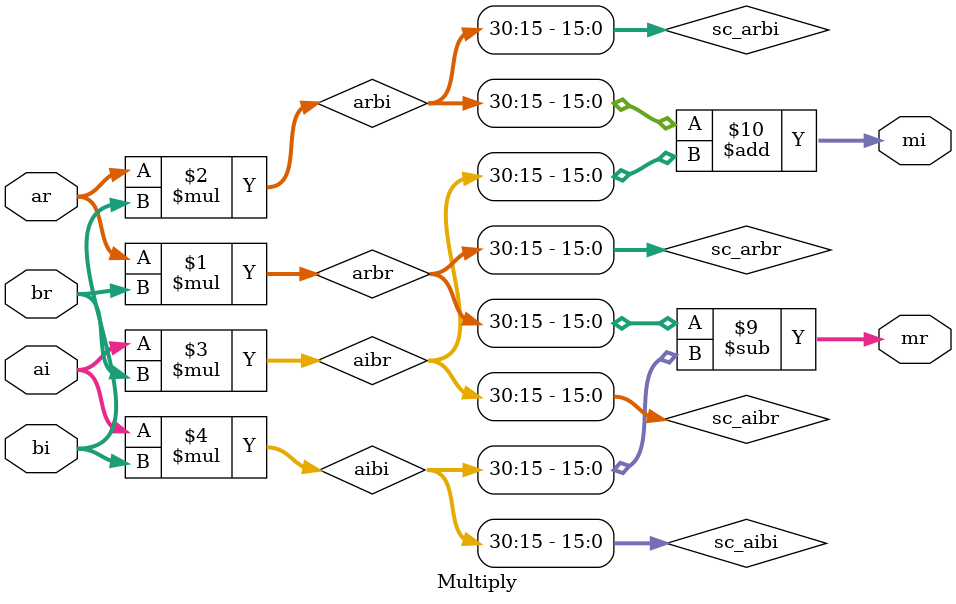
<source format=v>
module Multiply #(
    parameter   WIDTH = 16
)(
    input   signed  [WIDTH-1:0] ar,
    input   signed  [WIDTH-1:0] ai,
    input   signed  [WIDTH-1:0] br,
    input   signed  [WIDTH-1:0] bi,
    output  signed  [WIDTH-1:0] mr,
    output  signed  [WIDTH-1:0] mi
);

//  Internal Nets
wire signed [WIDTH*2-1:0]   arbr, arbi, aibr, aibi;
wire signed [WIDTH-1:0]     sc_arbr, sc_arbi, sc_aibr, sc_aibi;

//  Signed Multiplication
assign  arbr = ar * br;
assign  arbi = ar * bi;
assign  aibr = ai * br;
assign  aibi = ai * bi;

//  Scaling
assign  sc_arbr = arbr >>> (WIDTH-1);
assign  sc_arbi = arbi >>> (WIDTH-1);
assign  sc_aibr = aibr >>> (WIDTH-1);
assign  sc_aibi = aibi >>> (WIDTH-1);

//  These add/sub may overflow if unnormalized data is input.
assign  mr = sc_arbr - sc_aibi;
assign  mi = sc_arbi + sc_aibr;

endmodule

</source>
